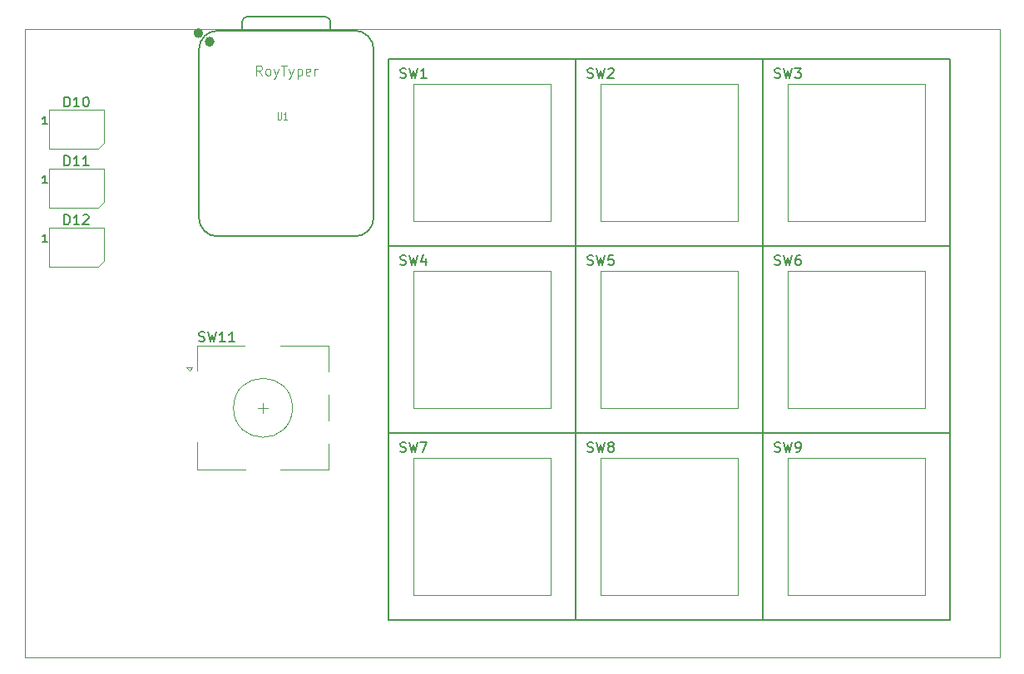
<source format=gbr>
%TF.GenerationSoftware,KiCad,Pcbnew,8.0.8*%
%TF.CreationDate,2025-02-16T23:16:45+05:30*%
%TF.ProjectId,RoyTyper,526f7954-7970-4657-922e-6b696361645f,rev?*%
%TF.SameCoordinates,Original*%
%TF.FileFunction,Legend,Top*%
%TF.FilePolarity,Positive*%
%FSLAX46Y46*%
G04 Gerber Fmt 4.6, Leading zero omitted, Abs format (unit mm)*
G04 Created by KiCad (PCBNEW 8.0.8) date 2025-02-16 23:16:45*
%MOMM*%
%LPD*%
G01*
G04 APERTURE LIST*
%ADD10C,0.100000*%
%ADD11C,0.150000*%
%ADD12C,0.101600*%
%ADD13C,0.120000*%
%ADD14C,0.127000*%
%ADD15C,0.504000*%
%TA.AperFunction,Profile*%
%ADD16C,0.050000*%
%TD*%
G04 APERTURE END LIST*
D10*
X77360312Y-61957419D02*
X77026979Y-61481228D01*
X76788884Y-61957419D02*
X76788884Y-60957419D01*
X76788884Y-60957419D02*
X77169836Y-60957419D01*
X77169836Y-60957419D02*
X77265074Y-61005038D01*
X77265074Y-61005038D02*
X77312693Y-61052657D01*
X77312693Y-61052657D02*
X77360312Y-61147895D01*
X77360312Y-61147895D02*
X77360312Y-61290752D01*
X77360312Y-61290752D02*
X77312693Y-61385990D01*
X77312693Y-61385990D02*
X77265074Y-61433609D01*
X77265074Y-61433609D02*
X77169836Y-61481228D01*
X77169836Y-61481228D02*
X76788884Y-61481228D01*
X77931741Y-61957419D02*
X77836503Y-61909800D01*
X77836503Y-61909800D02*
X77788884Y-61862180D01*
X77788884Y-61862180D02*
X77741265Y-61766942D01*
X77741265Y-61766942D02*
X77741265Y-61481228D01*
X77741265Y-61481228D02*
X77788884Y-61385990D01*
X77788884Y-61385990D02*
X77836503Y-61338371D01*
X77836503Y-61338371D02*
X77931741Y-61290752D01*
X77931741Y-61290752D02*
X78074598Y-61290752D01*
X78074598Y-61290752D02*
X78169836Y-61338371D01*
X78169836Y-61338371D02*
X78217455Y-61385990D01*
X78217455Y-61385990D02*
X78265074Y-61481228D01*
X78265074Y-61481228D02*
X78265074Y-61766942D01*
X78265074Y-61766942D02*
X78217455Y-61862180D01*
X78217455Y-61862180D02*
X78169836Y-61909800D01*
X78169836Y-61909800D02*
X78074598Y-61957419D01*
X78074598Y-61957419D02*
X77931741Y-61957419D01*
X78598408Y-61290752D02*
X78836503Y-61957419D01*
X79074598Y-61290752D02*
X78836503Y-61957419D01*
X78836503Y-61957419D02*
X78741265Y-62195514D01*
X78741265Y-62195514D02*
X78693646Y-62243133D01*
X78693646Y-62243133D02*
X78598408Y-62290752D01*
X79312694Y-60957419D02*
X79884122Y-60957419D01*
X79598408Y-61957419D02*
X79598408Y-60957419D01*
X80122218Y-61290752D02*
X80360313Y-61957419D01*
X80598408Y-61290752D02*
X80360313Y-61957419D01*
X80360313Y-61957419D02*
X80265075Y-62195514D01*
X80265075Y-62195514D02*
X80217456Y-62243133D01*
X80217456Y-62243133D02*
X80122218Y-62290752D01*
X80979361Y-61290752D02*
X80979361Y-62290752D01*
X80979361Y-61338371D02*
X81074599Y-61290752D01*
X81074599Y-61290752D02*
X81265075Y-61290752D01*
X81265075Y-61290752D02*
X81360313Y-61338371D01*
X81360313Y-61338371D02*
X81407932Y-61385990D01*
X81407932Y-61385990D02*
X81455551Y-61481228D01*
X81455551Y-61481228D02*
X81455551Y-61766942D01*
X81455551Y-61766942D02*
X81407932Y-61862180D01*
X81407932Y-61862180D02*
X81360313Y-61909800D01*
X81360313Y-61909800D02*
X81265075Y-61957419D01*
X81265075Y-61957419D02*
X81074599Y-61957419D01*
X81074599Y-61957419D02*
X80979361Y-61909800D01*
X82265075Y-61909800D02*
X82169837Y-61957419D01*
X82169837Y-61957419D02*
X81979361Y-61957419D01*
X81979361Y-61957419D02*
X81884123Y-61909800D01*
X81884123Y-61909800D02*
X81836504Y-61814561D01*
X81836504Y-61814561D02*
X81836504Y-61433609D01*
X81836504Y-61433609D02*
X81884123Y-61338371D01*
X81884123Y-61338371D02*
X81979361Y-61290752D01*
X81979361Y-61290752D02*
X82169837Y-61290752D01*
X82169837Y-61290752D02*
X82265075Y-61338371D01*
X82265075Y-61338371D02*
X82312694Y-61433609D01*
X82312694Y-61433609D02*
X82312694Y-61528847D01*
X82312694Y-61528847D02*
X81836504Y-61624085D01*
X82741266Y-61957419D02*
X82741266Y-61290752D01*
X82741266Y-61481228D02*
X82788885Y-61385990D01*
X82788885Y-61385990D02*
X82836504Y-61338371D01*
X82836504Y-61338371D02*
X82931742Y-61290752D01*
X82931742Y-61290752D02*
X83026980Y-61290752D01*
D11*
X57260714Y-77154819D02*
X57260714Y-76154819D01*
X57260714Y-76154819D02*
X57498809Y-76154819D01*
X57498809Y-76154819D02*
X57641666Y-76202438D01*
X57641666Y-76202438D02*
X57736904Y-76297676D01*
X57736904Y-76297676D02*
X57784523Y-76392914D01*
X57784523Y-76392914D02*
X57832142Y-76583390D01*
X57832142Y-76583390D02*
X57832142Y-76726247D01*
X57832142Y-76726247D02*
X57784523Y-76916723D01*
X57784523Y-76916723D02*
X57736904Y-77011961D01*
X57736904Y-77011961D02*
X57641666Y-77107200D01*
X57641666Y-77107200D02*
X57498809Y-77154819D01*
X57498809Y-77154819D02*
X57260714Y-77154819D01*
X58784523Y-77154819D02*
X58213095Y-77154819D01*
X58498809Y-77154819D02*
X58498809Y-76154819D01*
X58498809Y-76154819D02*
X58403571Y-76297676D01*
X58403571Y-76297676D02*
X58308333Y-76392914D01*
X58308333Y-76392914D02*
X58213095Y-76440533D01*
X59165476Y-76250057D02*
X59213095Y-76202438D01*
X59213095Y-76202438D02*
X59308333Y-76154819D01*
X59308333Y-76154819D02*
X59546428Y-76154819D01*
X59546428Y-76154819D02*
X59641666Y-76202438D01*
X59641666Y-76202438D02*
X59689285Y-76250057D01*
X59689285Y-76250057D02*
X59736904Y-76345295D01*
X59736904Y-76345295D02*
X59736904Y-76440533D01*
X59736904Y-76440533D02*
X59689285Y-76583390D01*
X59689285Y-76583390D02*
X59117857Y-77154819D01*
X59117857Y-77154819D02*
X59736904Y-77154819D01*
X55503571Y-78937295D02*
X55046428Y-78937295D01*
X55275000Y-78937295D02*
X55275000Y-78137295D01*
X55275000Y-78137295D02*
X55198809Y-78251580D01*
X55198809Y-78251580D02*
X55122619Y-78327771D01*
X55122619Y-78327771D02*
X55046428Y-78365866D01*
X129556667Y-62177200D02*
X129699524Y-62224819D01*
X129699524Y-62224819D02*
X129937619Y-62224819D01*
X129937619Y-62224819D02*
X130032857Y-62177200D01*
X130032857Y-62177200D02*
X130080476Y-62129580D01*
X130080476Y-62129580D02*
X130128095Y-62034342D01*
X130128095Y-62034342D02*
X130128095Y-61939104D01*
X130128095Y-61939104D02*
X130080476Y-61843866D01*
X130080476Y-61843866D02*
X130032857Y-61796247D01*
X130032857Y-61796247D02*
X129937619Y-61748628D01*
X129937619Y-61748628D02*
X129747143Y-61701009D01*
X129747143Y-61701009D02*
X129651905Y-61653390D01*
X129651905Y-61653390D02*
X129604286Y-61605771D01*
X129604286Y-61605771D02*
X129556667Y-61510533D01*
X129556667Y-61510533D02*
X129556667Y-61415295D01*
X129556667Y-61415295D02*
X129604286Y-61320057D01*
X129604286Y-61320057D02*
X129651905Y-61272438D01*
X129651905Y-61272438D02*
X129747143Y-61224819D01*
X129747143Y-61224819D02*
X129985238Y-61224819D01*
X129985238Y-61224819D02*
X130128095Y-61272438D01*
X130461429Y-61224819D02*
X130699524Y-62224819D01*
X130699524Y-62224819D02*
X130890000Y-61510533D01*
X130890000Y-61510533D02*
X131080476Y-62224819D01*
X131080476Y-62224819D02*
X131318572Y-61224819D01*
X131604286Y-61224819D02*
X132223333Y-61224819D01*
X132223333Y-61224819D02*
X131890000Y-61605771D01*
X131890000Y-61605771D02*
X132032857Y-61605771D01*
X132032857Y-61605771D02*
X132128095Y-61653390D01*
X132128095Y-61653390D02*
X132175714Y-61701009D01*
X132175714Y-61701009D02*
X132223333Y-61796247D01*
X132223333Y-61796247D02*
X132223333Y-62034342D01*
X132223333Y-62034342D02*
X132175714Y-62129580D01*
X132175714Y-62129580D02*
X132128095Y-62177200D01*
X132128095Y-62177200D02*
X132032857Y-62224819D01*
X132032857Y-62224819D02*
X131747143Y-62224819D01*
X131747143Y-62224819D02*
X131651905Y-62177200D01*
X131651905Y-62177200D02*
X131604286Y-62129580D01*
X129556667Y-81227200D02*
X129699524Y-81274819D01*
X129699524Y-81274819D02*
X129937619Y-81274819D01*
X129937619Y-81274819D02*
X130032857Y-81227200D01*
X130032857Y-81227200D02*
X130080476Y-81179580D01*
X130080476Y-81179580D02*
X130128095Y-81084342D01*
X130128095Y-81084342D02*
X130128095Y-80989104D01*
X130128095Y-80989104D02*
X130080476Y-80893866D01*
X130080476Y-80893866D02*
X130032857Y-80846247D01*
X130032857Y-80846247D02*
X129937619Y-80798628D01*
X129937619Y-80798628D02*
X129747143Y-80751009D01*
X129747143Y-80751009D02*
X129651905Y-80703390D01*
X129651905Y-80703390D02*
X129604286Y-80655771D01*
X129604286Y-80655771D02*
X129556667Y-80560533D01*
X129556667Y-80560533D02*
X129556667Y-80465295D01*
X129556667Y-80465295D02*
X129604286Y-80370057D01*
X129604286Y-80370057D02*
X129651905Y-80322438D01*
X129651905Y-80322438D02*
X129747143Y-80274819D01*
X129747143Y-80274819D02*
X129985238Y-80274819D01*
X129985238Y-80274819D02*
X130128095Y-80322438D01*
X130461429Y-80274819D02*
X130699524Y-81274819D01*
X130699524Y-81274819D02*
X130890000Y-80560533D01*
X130890000Y-80560533D02*
X131080476Y-81274819D01*
X131080476Y-81274819D02*
X131318572Y-80274819D01*
X132128095Y-80274819D02*
X131937619Y-80274819D01*
X131937619Y-80274819D02*
X131842381Y-80322438D01*
X131842381Y-80322438D02*
X131794762Y-80370057D01*
X131794762Y-80370057D02*
X131699524Y-80512914D01*
X131699524Y-80512914D02*
X131651905Y-80703390D01*
X131651905Y-80703390D02*
X131651905Y-81084342D01*
X131651905Y-81084342D02*
X131699524Y-81179580D01*
X131699524Y-81179580D02*
X131747143Y-81227200D01*
X131747143Y-81227200D02*
X131842381Y-81274819D01*
X131842381Y-81274819D02*
X132032857Y-81274819D01*
X132032857Y-81274819D02*
X132128095Y-81227200D01*
X132128095Y-81227200D02*
X132175714Y-81179580D01*
X132175714Y-81179580D02*
X132223333Y-81084342D01*
X132223333Y-81084342D02*
X132223333Y-80846247D01*
X132223333Y-80846247D02*
X132175714Y-80751009D01*
X132175714Y-80751009D02*
X132128095Y-80703390D01*
X132128095Y-80703390D02*
X132032857Y-80655771D01*
X132032857Y-80655771D02*
X131842381Y-80655771D01*
X131842381Y-80655771D02*
X131747143Y-80703390D01*
X131747143Y-80703390D02*
X131699524Y-80751009D01*
X131699524Y-80751009D02*
X131651905Y-80846247D01*
X91456667Y-62177200D02*
X91599524Y-62224819D01*
X91599524Y-62224819D02*
X91837619Y-62224819D01*
X91837619Y-62224819D02*
X91932857Y-62177200D01*
X91932857Y-62177200D02*
X91980476Y-62129580D01*
X91980476Y-62129580D02*
X92028095Y-62034342D01*
X92028095Y-62034342D02*
X92028095Y-61939104D01*
X92028095Y-61939104D02*
X91980476Y-61843866D01*
X91980476Y-61843866D02*
X91932857Y-61796247D01*
X91932857Y-61796247D02*
X91837619Y-61748628D01*
X91837619Y-61748628D02*
X91647143Y-61701009D01*
X91647143Y-61701009D02*
X91551905Y-61653390D01*
X91551905Y-61653390D02*
X91504286Y-61605771D01*
X91504286Y-61605771D02*
X91456667Y-61510533D01*
X91456667Y-61510533D02*
X91456667Y-61415295D01*
X91456667Y-61415295D02*
X91504286Y-61320057D01*
X91504286Y-61320057D02*
X91551905Y-61272438D01*
X91551905Y-61272438D02*
X91647143Y-61224819D01*
X91647143Y-61224819D02*
X91885238Y-61224819D01*
X91885238Y-61224819D02*
X92028095Y-61272438D01*
X92361429Y-61224819D02*
X92599524Y-62224819D01*
X92599524Y-62224819D02*
X92790000Y-61510533D01*
X92790000Y-61510533D02*
X92980476Y-62224819D01*
X92980476Y-62224819D02*
X93218572Y-61224819D01*
X94123333Y-62224819D02*
X93551905Y-62224819D01*
X93837619Y-62224819D02*
X93837619Y-61224819D01*
X93837619Y-61224819D02*
X93742381Y-61367676D01*
X93742381Y-61367676D02*
X93647143Y-61462914D01*
X93647143Y-61462914D02*
X93551905Y-61510533D01*
X91456667Y-81227200D02*
X91599524Y-81274819D01*
X91599524Y-81274819D02*
X91837619Y-81274819D01*
X91837619Y-81274819D02*
X91932857Y-81227200D01*
X91932857Y-81227200D02*
X91980476Y-81179580D01*
X91980476Y-81179580D02*
X92028095Y-81084342D01*
X92028095Y-81084342D02*
X92028095Y-80989104D01*
X92028095Y-80989104D02*
X91980476Y-80893866D01*
X91980476Y-80893866D02*
X91932857Y-80846247D01*
X91932857Y-80846247D02*
X91837619Y-80798628D01*
X91837619Y-80798628D02*
X91647143Y-80751009D01*
X91647143Y-80751009D02*
X91551905Y-80703390D01*
X91551905Y-80703390D02*
X91504286Y-80655771D01*
X91504286Y-80655771D02*
X91456667Y-80560533D01*
X91456667Y-80560533D02*
X91456667Y-80465295D01*
X91456667Y-80465295D02*
X91504286Y-80370057D01*
X91504286Y-80370057D02*
X91551905Y-80322438D01*
X91551905Y-80322438D02*
X91647143Y-80274819D01*
X91647143Y-80274819D02*
X91885238Y-80274819D01*
X91885238Y-80274819D02*
X92028095Y-80322438D01*
X92361429Y-80274819D02*
X92599524Y-81274819D01*
X92599524Y-81274819D02*
X92790000Y-80560533D01*
X92790000Y-80560533D02*
X92980476Y-81274819D01*
X92980476Y-81274819D02*
X93218572Y-80274819D01*
X94028095Y-80608152D02*
X94028095Y-81274819D01*
X93790000Y-80227200D02*
X93551905Y-80941485D01*
X93551905Y-80941485D02*
X94170952Y-80941485D01*
X110506667Y-81227200D02*
X110649524Y-81274819D01*
X110649524Y-81274819D02*
X110887619Y-81274819D01*
X110887619Y-81274819D02*
X110982857Y-81227200D01*
X110982857Y-81227200D02*
X111030476Y-81179580D01*
X111030476Y-81179580D02*
X111078095Y-81084342D01*
X111078095Y-81084342D02*
X111078095Y-80989104D01*
X111078095Y-80989104D02*
X111030476Y-80893866D01*
X111030476Y-80893866D02*
X110982857Y-80846247D01*
X110982857Y-80846247D02*
X110887619Y-80798628D01*
X110887619Y-80798628D02*
X110697143Y-80751009D01*
X110697143Y-80751009D02*
X110601905Y-80703390D01*
X110601905Y-80703390D02*
X110554286Y-80655771D01*
X110554286Y-80655771D02*
X110506667Y-80560533D01*
X110506667Y-80560533D02*
X110506667Y-80465295D01*
X110506667Y-80465295D02*
X110554286Y-80370057D01*
X110554286Y-80370057D02*
X110601905Y-80322438D01*
X110601905Y-80322438D02*
X110697143Y-80274819D01*
X110697143Y-80274819D02*
X110935238Y-80274819D01*
X110935238Y-80274819D02*
X111078095Y-80322438D01*
X111411429Y-80274819D02*
X111649524Y-81274819D01*
X111649524Y-81274819D02*
X111840000Y-80560533D01*
X111840000Y-80560533D02*
X112030476Y-81274819D01*
X112030476Y-81274819D02*
X112268572Y-80274819D01*
X113125714Y-80274819D02*
X112649524Y-80274819D01*
X112649524Y-80274819D02*
X112601905Y-80751009D01*
X112601905Y-80751009D02*
X112649524Y-80703390D01*
X112649524Y-80703390D02*
X112744762Y-80655771D01*
X112744762Y-80655771D02*
X112982857Y-80655771D01*
X112982857Y-80655771D02*
X113078095Y-80703390D01*
X113078095Y-80703390D02*
X113125714Y-80751009D01*
X113125714Y-80751009D02*
X113173333Y-80846247D01*
X113173333Y-80846247D02*
X113173333Y-81084342D01*
X113173333Y-81084342D02*
X113125714Y-81179580D01*
X113125714Y-81179580D02*
X113078095Y-81227200D01*
X113078095Y-81227200D02*
X112982857Y-81274819D01*
X112982857Y-81274819D02*
X112744762Y-81274819D01*
X112744762Y-81274819D02*
X112649524Y-81227200D01*
X112649524Y-81227200D02*
X112601905Y-81179580D01*
X110506667Y-62177200D02*
X110649524Y-62224819D01*
X110649524Y-62224819D02*
X110887619Y-62224819D01*
X110887619Y-62224819D02*
X110982857Y-62177200D01*
X110982857Y-62177200D02*
X111030476Y-62129580D01*
X111030476Y-62129580D02*
X111078095Y-62034342D01*
X111078095Y-62034342D02*
X111078095Y-61939104D01*
X111078095Y-61939104D02*
X111030476Y-61843866D01*
X111030476Y-61843866D02*
X110982857Y-61796247D01*
X110982857Y-61796247D02*
X110887619Y-61748628D01*
X110887619Y-61748628D02*
X110697143Y-61701009D01*
X110697143Y-61701009D02*
X110601905Y-61653390D01*
X110601905Y-61653390D02*
X110554286Y-61605771D01*
X110554286Y-61605771D02*
X110506667Y-61510533D01*
X110506667Y-61510533D02*
X110506667Y-61415295D01*
X110506667Y-61415295D02*
X110554286Y-61320057D01*
X110554286Y-61320057D02*
X110601905Y-61272438D01*
X110601905Y-61272438D02*
X110697143Y-61224819D01*
X110697143Y-61224819D02*
X110935238Y-61224819D01*
X110935238Y-61224819D02*
X111078095Y-61272438D01*
X111411429Y-61224819D02*
X111649524Y-62224819D01*
X111649524Y-62224819D02*
X111840000Y-61510533D01*
X111840000Y-61510533D02*
X112030476Y-62224819D01*
X112030476Y-62224819D02*
X112268572Y-61224819D01*
X112601905Y-61320057D02*
X112649524Y-61272438D01*
X112649524Y-61272438D02*
X112744762Y-61224819D01*
X112744762Y-61224819D02*
X112982857Y-61224819D01*
X112982857Y-61224819D02*
X113078095Y-61272438D01*
X113078095Y-61272438D02*
X113125714Y-61320057D01*
X113125714Y-61320057D02*
X113173333Y-61415295D01*
X113173333Y-61415295D02*
X113173333Y-61510533D01*
X113173333Y-61510533D02*
X113125714Y-61653390D01*
X113125714Y-61653390D02*
X112554286Y-62224819D01*
X112554286Y-62224819D02*
X113173333Y-62224819D01*
X70965476Y-89032200D02*
X71108333Y-89079819D01*
X71108333Y-89079819D02*
X71346428Y-89079819D01*
X71346428Y-89079819D02*
X71441666Y-89032200D01*
X71441666Y-89032200D02*
X71489285Y-88984580D01*
X71489285Y-88984580D02*
X71536904Y-88889342D01*
X71536904Y-88889342D02*
X71536904Y-88794104D01*
X71536904Y-88794104D02*
X71489285Y-88698866D01*
X71489285Y-88698866D02*
X71441666Y-88651247D01*
X71441666Y-88651247D02*
X71346428Y-88603628D01*
X71346428Y-88603628D02*
X71155952Y-88556009D01*
X71155952Y-88556009D02*
X71060714Y-88508390D01*
X71060714Y-88508390D02*
X71013095Y-88460771D01*
X71013095Y-88460771D02*
X70965476Y-88365533D01*
X70965476Y-88365533D02*
X70965476Y-88270295D01*
X70965476Y-88270295D02*
X71013095Y-88175057D01*
X71013095Y-88175057D02*
X71060714Y-88127438D01*
X71060714Y-88127438D02*
X71155952Y-88079819D01*
X71155952Y-88079819D02*
X71394047Y-88079819D01*
X71394047Y-88079819D02*
X71536904Y-88127438D01*
X71870238Y-88079819D02*
X72108333Y-89079819D01*
X72108333Y-89079819D02*
X72298809Y-88365533D01*
X72298809Y-88365533D02*
X72489285Y-89079819D01*
X72489285Y-89079819D02*
X72727381Y-88079819D01*
X73632142Y-89079819D02*
X73060714Y-89079819D01*
X73346428Y-89079819D02*
X73346428Y-88079819D01*
X73346428Y-88079819D02*
X73251190Y-88222676D01*
X73251190Y-88222676D02*
X73155952Y-88317914D01*
X73155952Y-88317914D02*
X73060714Y-88365533D01*
X74584523Y-89079819D02*
X74013095Y-89079819D01*
X74298809Y-89079819D02*
X74298809Y-88079819D01*
X74298809Y-88079819D02*
X74203571Y-88222676D01*
X74203571Y-88222676D02*
X74108333Y-88317914D01*
X74108333Y-88317914D02*
X74013095Y-88365533D01*
X129556667Y-100277200D02*
X129699524Y-100324819D01*
X129699524Y-100324819D02*
X129937619Y-100324819D01*
X129937619Y-100324819D02*
X130032857Y-100277200D01*
X130032857Y-100277200D02*
X130080476Y-100229580D01*
X130080476Y-100229580D02*
X130128095Y-100134342D01*
X130128095Y-100134342D02*
X130128095Y-100039104D01*
X130128095Y-100039104D02*
X130080476Y-99943866D01*
X130080476Y-99943866D02*
X130032857Y-99896247D01*
X130032857Y-99896247D02*
X129937619Y-99848628D01*
X129937619Y-99848628D02*
X129747143Y-99801009D01*
X129747143Y-99801009D02*
X129651905Y-99753390D01*
X129651905Y-99753390D02*
X129604286Y-99705771D01*
X129604286Y-99705771D02*
X129556667Y-99610533D01*
X129556667Y-99610533D02*
X129556667Y-99515295D01*
X129556667Y-99515295D02*
X129604286Y-99420057D01*
X129604286Y-99420057D02*
X129651905Y-99372438D01*
X129651905Y-99372438D02*
X129747143Y-99324819D01*
X129747143Y-99324819D02*
X129985238Y-99324819D01*
X129985238Y-99324819D02*
X130128095Y-99372438D01*
X130461429Y-99324819D02*
X130699524Y-100324819D01*
X130699524Y-100324819D02*
X130890000Y-99610533D01*
X130890000Y-99610533D02*
X131080476Y-100324819D01*
X131080476Y-100324819D02*
X131318572Y-99324819D01*
X131747143Y-100324819D02*
X131937619Y-100324819D01*
X131937619Y-100324819D02*
X132032857Y-100277200D01*
X132032857Y-100277200D02*
X132080476Y-100229580D01*
X132080476Y-100229580D02*
X132175714Y-100086723D01*
X132175714Y-100086723D02*
X132223333Y-99896247D01*
X132223333Y-99896247D02*
X132223333Y-99515295D01*
X132223333Y-99515295D02*
X132175714Y-99420057D01*
X132175714Y-99420057D02*
X132128095Y-99372438D01*
X132128095Y-99372438D02*
X132032857Y-99324819D01*
X132032857Y-99324819D02*
X131842381Y-99324819D01*
X131842381Y-99324819D02*
X131747143Y-99372438D01*
X131747143Y-99372438D02*
X131699524Y-99420057D01*
X131699524Y-99420057D02*
X131651905Y-99515295D01*
X131651905Y-99515295D02*
X131651905Y-99753390D01*
X131651905Y-99753390D02*
X131699524Y-99848628D01*
X131699524Y-99848628D02*
X131747143Y-99896247D01*
X131747143Y-99896247D02*
X131842381Y-99943866D01*
X131842381Y-99943866D02*
X132032857Y-99943866D01*
X132032857Y-99943866D02*
X132128095Y-99896247D01*
X132128095Y-99896247D02*
X132175714Y-99848628D01*
X132175714Y-99848628D02*
X132223333Y-99753390D01*
X91456667Y-100277200D02*
X91599524Y-100324819D01*
X91599524Y-100324819D02*
X91837619Y-100324819D01*
X91837619Y-100324819D02*
X91932857Y-100277200D01*
X91932857Y-100277200D02*
X91980476Y-100229580D01*
X91980476Y-100229580D02*
X92028095Y-100134342D01*
X92028095Y-100134342D02*
X92028095Y-100039104D01*
X92028095Y-100039104D02*
X91980476Y-99943866D01*
X91980476Y-99943866D02*
X91932857Y-99896247D01*
X91932857Y-99896247D02*
X91837619Y-99848628D01*
X91837619Y-99848628D02*
X91647143Y-99801009D01*
X91647143Y-99801009D02*
X91551905Y-99753390D01*
X91551905Y-99753390D02*
X91504286Y-99705771D01*
X91504286Y-99705771D02*
X91456667Y-99610533D01*
X91456667Y-99610533D02*
X91456667Y-99515295D01*
X91456667Y-99515295D02*
X91504286Y-99420057D01*
X91504286Y-99420057D02*
X91551905Y-99372438D01*
X91551905Y-99372438D02*
X91647143Y-99324819D01*
X91647143Y-99324819D02*
X91885238Y-99324819D01*
X91885238Y-99324819D02*
X92028095Y-99372438D01*
X92361429Y-99324819D02*
X92599524Y-100324819D01*
X92599524Y-100324819D02*
X92790000Y-99610533D01*
X92790000Y-99610533D02*
X92980476Y-100324819D01*
X92980476Y-100324819D02*
X93218572Y-99324819D01*
X93504286Y-99324819D02*
X94170952Y-99324819D01*
X94170952Y-99324819D02*
X93742381Y-100324819D01*
X57260714Y-71154819D02*
X57260714Y-70154819D01*
X57260714Y-70154819D02*
X57498809Y-70154819D01*
X57498809Y-70154819D02*
X57641666Y-70202438D01*
X57641666Y-70202438D02*
X57736904Y-70297676D01*
X57736904Y-70297676D02*
X57784523Y-70392914D01*
X57784523Y-70392914D02*
X57832142Y-70583390D01*
X57832142Y-70583390D02*
X57832142Y-70726247D01*
X57832142Y-70726247D02*
X57784523Y-70916723D01*
X57784523Y-70916723D02*
X57736904Y-71011961D01*
X57736904Y-71011961D02*
X57641666Y-71107200D01*
X57641666Y-71107200D02*
X57498809Y-71154819D01*
X57498809Y-71154819D02*
X57260714Y-71154819D01*
X58784523Y-71154819D02*
X58213095Y-71154819D01*
X58498809Y-71154819D02*
X58498809Y-70154819D01*
X58498809Y-70154819D02*
X58403571Y-70297676D01*
X58403571Y-70297676D02*
X58308333Y-70392914D01*
X58308333Y-70392914D02*
X58213095Y-70440533D01*
X59736904Y-71154819D02*
X59165476Y-71154819D01*
X59451190Y-71154819D02*
X59451190Y-70154819D01*
X59451190Y-70154819D02*
X59355952Y-70297676D01*
X59355952Y-70297676D02*
X59260714Y-70392914D01*
X59260714Y-70392914D02*
X59165476Y-70440533D01*
X55503571Y-72937295D02*
X55046428Y-72937295D01*
X55275000Y-72937295D02*
X55275000Y-72137295D01*
X55275000Y-72137295D02*
X55198809Y-72251580D01*
X55198809Y-72251580D02*
X55122619Y-72327771D01*
X55122619Y-72327771D02*
X55046428Y-72365866D01*
X110506667Y-100277200D02*
X110649524Y-100324819D01*
X110649524Y-100324819D02*
X110887619Y-100324819D01*
X110887619Y-100324819D02*
X110982857Y-100277200D01*
X110982857Y-100277200D02*
X111030476Y-100229580D01*
X111030476Y-100229580D02*
X111078095Y-100134342D01*
X111078095Y-100134342D02*
X111078095Y-100039104D01*
X111078095Y-100039104D02*
X111030476Y-99943866D01*
X111030476Y-99943866D02*
X110982857Y-99896247D01*
X110982857Y-99896247D02*
X110887619Y-99848628D01*
X110887619Y-99848628D02*
X110697143Y-99801009D01*
X110697143Y-99801009D02*
X110601905Y-99753390D01*
X110601905Y-99753390D02*
X110554286Y-99705771D01*
X110554286Y-99705771D02*
X110506667Y-99610533D01*
X110506667Y-99610533D02*
X110506667Y-99515295D01*
X110506667Y-99515295D02*
X110554286Y-99420057D01*
X110554286Y-99420057D02*
X110601905Y-99372438D01*
X110601905Y-99372438D02*
X110697143Y-99324819D01*
X110697143Y-99324819D02*
X110935238Y-99324819D01*
X110935238Y-99324819D02*
X111078095Y-99372438D01*
X111411429Y-99324819D02*
X111649524Y-100324819D01*
X111649524Y-100324819D02*
X111840000Y-99610533D01*
X111840000Y-99610533D02*
X112030476Y-100324819D01*
X112030476Y-100324819D02*
X112268572Y-99324819D01*
X112792381Y-99753390D02*
X112697143Y-99705771D01*
X112697143Y-99705771D02*
X112649524Y-99658152D01*
X112649524Y-99658152D02*
X112601905Y-99562914D01*
X112601905Y-99562914D02*
X112601905Y-99515295D01*
X112601905Y-99515295D02*
X112649524Y-99420057D01*
X112649524Y-99420057D02*
X112697143Y-99372438D01*
X112697143Y-99372438D02*
X112792381Y-99324819D01*
X112792381Y-99324819D02*
X112982857Y-99324819D01*
X112982857Y-99324819D02*
X113078095Y-99372438D01*
X113078095Y-99372438D02*
X113125714Y-99420057D01*
X113125714Y-99420057D02*
X113173333Y-99515295D01*
X113173333Y-99515295D02*
X113173333Y-99562914D01*
X113173333Y-99562914D02*
X113125714Y-99658152D01*
X113125714Y-99658152D02*
X113078095Y-99705771D01*
X113078095Y-99705771D02*
X112982857Y-99753390D01*
X112982857Y-99753390D02*
X112792381Y-99753390D01*
X112792381Y-99753390D02*
X112697143Y-99801009D01*
X112697143Y-99801009D02*
X112649524Y-99848628D01*
X112649524Y-99848628D02*
X112601905Y-99943866D01*
X112601905Y-99943866D02*
X112601905Y-100134342D01*
X112601905Y-100134342D02*
X112649524Y-100229580D01*
X112649524Y-100229580D02*
X112697143Y-100277200D01*
X112697143Y-100277200D02*
X112792381Y-100324819D01*
X112792381Y-100324819D02*
X112982857Y-100324819D01*
X112982857Y-100324819D02*
X113078095Y-100277200D01*
X113078095Y-100277200D02*
X113125714Y-100229580D01*
X113125714Y-100229580D02*
X113173333Y-100134342D01*
X113173333Y-100134342D02*
X113173333Y-99943866D01*
X113173333Y-99943866D02*
X113125714Y-99848628D01*
X113125714Y-99848628D02*
X113078095Y-99801009D01*
X113078095Y-99801009D02*
X112982857Y-99753390D01*
X57260714Y-65154819D02*
X57260714Y-64154819D01*
X57260714Y-64154819D02*
X57498809Y-64154819D01*
X57498809Y-64154819D02*
X57641666Y-64202438D01*
X57641666Y-64202438D02*
X57736904Y-64297676D01*
X57736904Y-64297676D02*
X57784523Y-64392914D01*
X57784523Y-64392914D02*
X57832142Y-64583390D01*
X57832142Y-64583390D02*
X57832142Y-64726247D01*
X57832142Y-64726247D02*
X57784523Y-64916723D01*
X57784523Y-64916723D02*
X57736904Y-65011961D01*
X57736904Y-65011961D02*
X57641666Y-65107200D01*
X57641666Y-65107200D02*
X57498809Y-65154819D01*
X57498809Y-65154819D02*
X57260714Y-65154819D01*
X58784523Y-65154819D02*
X58213095Y-65154819D01*
X58498809Y-65154819D02*
X58498809Y-64154819D01*
X58498809Y-64154819D02*
X58403571Y-64297676D01*
X58403571Y-64297676D02*
X58308333Y-64392914D01*
X58308333Y-64392914D02*
X58213095Y-64440533D01*
X59403571Y-64154819D02*
X59498809Y-64154819D01*
X59498809Y-64154819D02*
X59594047Y-64202438D01*
X59594047Y-64202438D02*
X59641666Y-64250057D01*
X59641666Y-64250057D02*
X59689285Y-64345295D01*
X59689285Y-64345295D02*
X59736904Y-64535771D01*
X59736904Y-64535771D02*
X59736904Y-64773866D01*
X59736904Y-64773866D02*
X59689285Y-64964342D01*
X59689285Y-64964342D02*
X59641666Y-65059580D01*
X59641666Y-65059580D02*
X59594047Y-65107200D01*
X59594047Y-65107200D02*
X59498809Y-65154819D01*
X59498809Y-65154819D02*
X59403571Y-65154819D01*
X59403571Y-65154819D02*
X59308333Y-65107200D01*
X59308333Y-65107200D02*
X59260714Y-65059580D01*
X59260714Y-65059580D02*
X59213095Y-64964342D01*
X59213095Y-64964342D02*
X59165476Y-64773866D01*
X59165476Y-64773866D02*
X59165476Y-64535771D01*
X59165476Y-64535771D02*
X59213095Y-64345295D01*
X59213095Y-64345295D02*
X59260714Y-64250057D01*
X59260714Y-64250057D02*
X59308333Y-64202438D01*
X59308333Y-64202438D02*
X59403571Y-64154819D01*
X55503571Y-66937295D02*
X55046428Y-66937295D01*
X55275000Y-66937295D02*
X55275000Y-66137295D01*
X55275000Y-66137295D02*
X55198809Y-66251580D01*
X55198809Y-66251580D02*
X55122619Y-66327771D01*
X55122619Y-66327771D02*
X55046428Y-66365866D01*
D12*
X78961190Y-65669064D02*
X78961190Y-66332874D01*
X78961190Y-66332874D02*
X78991428Y-66410969D01*
X78991428Y-66410969D02*
X79021666Y-66450017D01*
X79021666Y-66450017D02*
X79082142Y-66489064D01*
X79082142Y-66489064D02*
X79203095Y-66489064D01*
X79203095Y-66489064D02*
X79263571Y-66450017D01*
X79263571Y-66450017D02*
X79293809Y-66410969D01*
X79293809Y-66410969D02*
X79324047Y-66332874D01*
X79324047Y-66332874D02*
X79324047Y-65669064D01*
X79959047Y-66489064D02*
X79596190Y-66489064D01*
X79777618Y-66489064D02*
X79777618Y-65669064D01*
X79777618Y-65669064D02*
X79717142Y-65786207D01*
X79717142Y-65786207D02*
X79656666Y-65864302D01*
X79656666Y-65864302D02*
X79596190Y-65903350D01*
D13*
%TO.C,D12*%
X55675000Y-77450000D02*
X55675000Y-81450000D01*
X55675000Y-77450000D02*
X61275000Y-77450000D01*
X55675000Y-81450000D02*
X60675000Y-81450000D01*
X61275000Y-80850000D02*
X60675000Y-81450000D01*
X61275000Y-80850000D02*
X61275000Y-77450000D01*
%TO.C,SW3*%
X130865000Y-62865000D02*
X144835000Y-62865000D01*
X130865000Y-76835000D02*
X130865000Y-62865000D01*
X144835000Y-62865000D02*
X144835000Y-76835000D01*
X144835000Y-76835000D02*
X130865000Y-76835000D01*
%TO.C,SW6*%
X130865000Y-81915000D02*
X144835000Y-81915000D01*
X130865000Y-95885000D02*
X130865000Y-81915000D01*
X144835000Y-81915000D02*
X144835000Y-95885000D01*
X144835000Y-95885000D02*
X130865000Y-95885000D01*
%TO.C,SW1*%
X92765000Y-62865000D02*
X106735000Y-62865000D01*
X92765000Y-76835000D02*
X92765000Y-62865000D01*
X106735000Y-62865000D02*
X106735000Y-76835000D01*
X106735000Y-76835000D02*
X92765000Y-76835000D01*
%TO.C,SW4*%
X92765000Y-81915000D02*
X106735000Y-81915000D01*
X92765000Y-95885000D02*
X92765000Y-81915000D01*
X106735000Y-81915000D02*
X106735000Y-95885000D01*
X106735000Y-95885000D02*
X92765000Y-95885000D01*
%TO.C,SW5*%
X111815000Y-81915000D02*
X125785000Y-81915000D01*
X111815000Y-95885000D02*
X111815000Y-81915000D01*
X125785000Y-81915000D02*
X125785000Y-95885000D01*
X125785000Y-95885000D02*
X111815000Y-95885000D01*
%TO.C,SW2*%
X111815000Y-62865000D02*
X125785000Y-62865000D01*
X111815000Y-76835000D02*
X111815000Y-62865000D01*
X125785000Y-62865000D02*
X125785000Y-76835000D01*
X125785000Y-76835000D02*
X111815000Y-76835000D01*
%TO.C,SW11*%
X69675000Y-91725000D02*
X70275000Y-91725000D01*
X69975000Y-92025000D02*
X69675000Y-91725000D01*
X70275000Y-91725000D02*
X69975000Y-92025000D01*
X70775000Y-89525000D02*
X70775000Y-92025000D01*
X70775000Y-102125000D02*
X70775000Y-99325000D01*
X75575000Y-89525000D02*
X70775000Y-89525000D01*
X75675000Y-102125000D02*
X70775000Y-102125000D01*
X76975000Y-95825000D02*
X77975000Y-95825000D01*
X77475000Y-95325000D02*
X77475000Y-96325000D01*
X79275000Y-89525000D02*
X84175000Y-89525000D01*
X84175000Y-89525000D02*
X84175000Y-92125000D01*
X84175000Y-94525000D02*
X84175000Y-97125000D01*
X84175000Y-99525000D02*
X84175000Y-102125000D01*
X84175000Y-102125000D02*
X79275000Y-102125000D01*
X80475000Y-95825000D02*
G75*
G02*
X74475000Y-95825000I-3000000J0D01*
G01*
X74475000Y-95825000D02*
G75*
G02*
X80475000Y-95825000I3000000J0D01*
G01*
%TO.C,SW9*%
X130865000Y-100965000D02*
X144835000Y-100965000D01*
X130865000Y-114935000D02*
X130865000Y-100965000D01*
X144835000Y-100965000D02*
X144835000Y-114935000D01*
X144835000Y-114935000D02*
X130865000Y-114935000D01*
%TO.C,SW7*%
X92765000Y-100965000D02*
X106735000Y-100965000D01*
X92765000Y-114935000D02*
X92765000Y-100965000D01*
X106735000Y-100965000D02*
X106735000Y-114935000D01*
X106735000Y-114935000D02*
X92765000Y-114935000D01*
%TO.C,D11*%
X55675000Y-71450000D02*
X55675000Y-75450000D01*
X55675000Y-71450000D02*
X61275000Y-71450000D01*
X55675000Y-75450000D02*
X60675000Y-75450000D01*
X61275000Y-74850000D02*
X60675000Y-75450000D01*
X61275000Y-74850000D02*
X61275000Y-71450000D01*
%TO.C,SW8*%
X111815000Y-100965000D02*
X125785000Y-100965000D01*
X111815000Y-114935000D02*
X111815000Y-100965000D01*
X125785000Y-100965000D02*
X125785000Y-114935000D01*
X125785000Y-114935000D02*
X111815000Y-114935000D01*
%TO.C,D10*%
X55675000Y-65450000D02*
X55675000Y-69450000D01*
X55675000Y-65450000D02*
X61275000Y-65450000D01*
X55675000Y-69450000D02*
X60675000Y-69450000D01*
X61275000Y-68850000D02*
X60675000Y-69450000D01*
X61275000Y-68850000D02*
X61275000Y-65450000D01*
D14*
%TO.C,U1*%
X70955000Y-76454000D02*
X70955000Y-59309000D01*
X72860000Y-78359000D02*
X86830000Y-78359000D01*
X75350000Y-57404000D02*
X75353728Y-56493728D01*
X75853728Y-55994000D02*
X83849000Y-55994000D01*
X84349000Y-56494000D02*
X84349000Y-57404000D01*
D10*
X86830000Y-57404000D02*
X72860000Y-57404000D01*
D14*
X86830000Y-57404000D02*
X72860000Y-57404000D01*
X88735000Y-76454000D02*
X88735000Y-59309000D01*
X70955000Y-59309000D02*
G75*
G02*
X72860000Y-57404000I1905001J-1D01*
G01*
X72860000Y-78359000D02*
G75*
G02*
X70955000Y-76454000I1J1905001D01*
G01*
X75353728Y-56493728D02*
G75*
G02*
X75853728Y-55994001I500018J-291D01*
G01*
X83849000Y-55994000D02*
G75*
G02*
X84349000Y-56494000I0J-500000D01*
G01*
X86830000Y-57404000D02*
G75*
G02*
X88735000Y-59309000I0J-1905000D01*
G01*
X88735000Y-76454000D02*
G75*
G02*
X86830000Y-78359000I-1905000J0D01*
G01*
D15*
X71147000Y-57645000D02*
G75*
G02*
X70643000Y-57645000I-252000J0D01*
G01*
X70643000Y-57645000D02*
G75*
G02*
X71147000Y-57645000I252000J0D01*
G01*
X72290000Y-58525000D02*
G75*
G02*
X71786000Y-58525000I-252000J0D01*
G01*
X71786000Y-58525000D02*
G75*
G02*
X72290000Y-58525000I252000J0D01*
G01*
%TD*%
D11*
%TO.C,SW3*%
X128325000Y-60325000D02*
X147375000Y-60325000D01*
X128325000Y-79375000D02*
X128325000Y-60325000D01*
X147375000Y-60325000D02*
X147375000Y-79375000D01*
X147375000Y-79375000D02*
X128325000Y-79375000D01*
%TO.C,SW6*%
X128325000Y-79375000D02*
X147375000Y-79375000D01*
X128325000Y-98425000D02*
X128325000Y-79375000D01*
X147375000Y-79375000D02*
X147375000Y-98425000D01*
X147375000Y-98425000D02*
X128325000Y-98425000D01*
%TO.C,SW1*%
X90225000Y-60325000D02*
X109275000Y-60325000D01*
X90225000Y-79375000D02*
X90225000Y-60325000D01*
X109275000Y-60325000D02*
X109275000Y-79375000D01*
X109275000Y-79375000D02*
X90225000Y-79375000D01*
%TO.C,SW4*%
X90225000Y-79375000D02*
X109275000Y-79375000D01*
X90225000Y-98425000D02*
X90225000Y-79375000D01*
X109275000Y-79375000D02*
X109275000Y-98425000D01*
X109275000Y-98425000D02*
X90225000Y-98425000D01*
%TO.C,SW5*%
X109275000Y-79375000D02*
X128325000Y-79375000D01*
X109275000Y-98425000D02*
X109275000Y-79375000D01*
X128325000Y-79375000D02*
X128325000Y-98425000D01*
X128325000Y-98425000D02*
X109275000Y-98425000D01*
%TO.C,SW2*%
X109275000Y-60325000D02*
X128325000Y-60325000D01*
X109275000Y-79375000D02*
X109275000Y-60325000D01*
X128325000Y-60325000D02*
X128325000Y-79375000D01*
X128325000Y-79375000D02*
X109275000Y-79375000D01*
%TO.C,SW9*%
X128325000Y-98425000D02*
X147375000Y-98425000D01*
X128325000Y-117475000D02*
X128325000Y-98425000D01*
X147375000Y-98425000D02*
X147375000Y-117475000D01*
X147375000Y-117475000D02*
X128325000Y-117475000D01*
%TO.C,SW7*%
X90225000Y-98425000D02*
X109275000Y-98425000D01*
X90225000Y-117475000D02*
X90225000Y-98425000D01*
X109275000Y-98425000D02*
X109275000Y-117475000D01*
X109275000Y-117475000D02*
X90225000Y-117475000D01*
%TO.C,SW8*%
X109275000Y-98425000D02*
X128325000Y-98425000D01*
X109275000Y-117475000D02*
X109275000Y-98425000D01*
X128325000Y-98425000D02*
X128325000Y-117475000D01*
X128325000Y-117475000D02*
X109275000Y-117475000D01*
%TD*%
D16*
X53215000Y-57265000D02*
X152445000Y-57265000D01*
X152445000Y-121285000D01*
X53215000Y-121285000D01*
X53215000Y-57265000D01*
M02*

</source>
